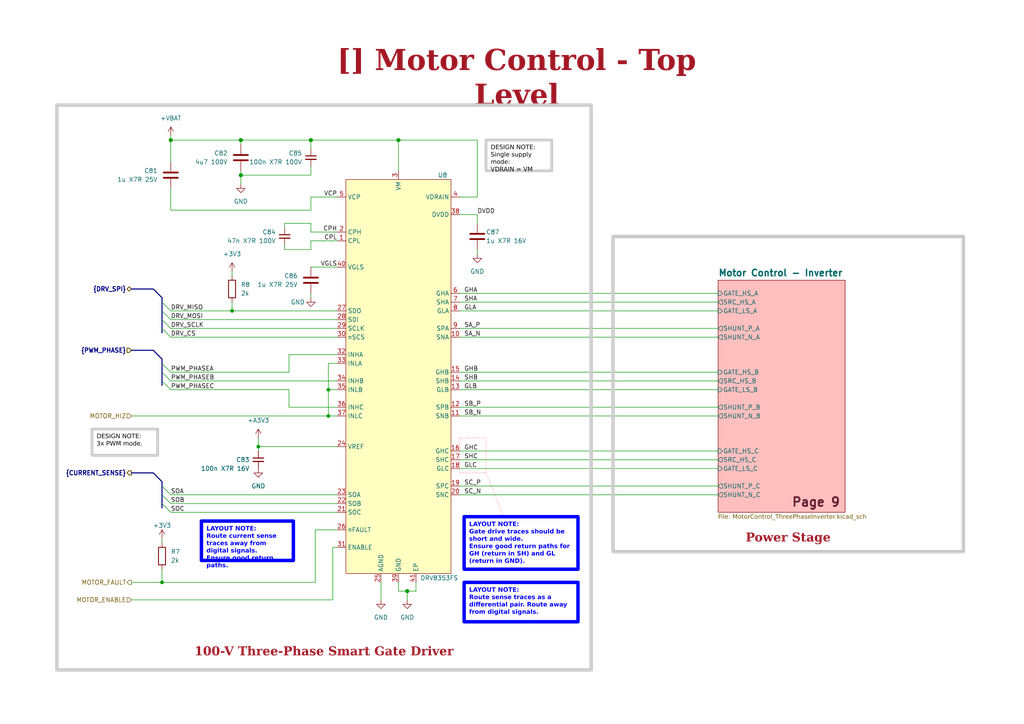
<source format=kicad_sch>
(kicad_sch (version 20230121) (generator eeschema)
  (paper "A4")
  (title_block (title "Motor Control - Top Level") (date "2023-10-16") (rev "${REVISION}") (company "${COMPANY}") (comment 3 "Author: ${AUTHOR}"))
  (lib_symbols
    (symbol "0_motor_driver:DRV8353FS"
      (property "Reference" "U" (at -13.97 86.36 0))
      (property "Value" "DRV8353FS" (at 7.62 0 0))
      (symbol "DRV8353FS_1_1"
        (rectangle (start -15.24 95.25) (end 15.24 -19.05) (fill (type background)))
        (pin passive line (at -17.78 77.47 0) (length 2.54) (name "CPL") (number "1"))
        (pin input line (at 17.78 49.53 180) (length 2.54) (name "SNA") (number "10"))
        (pin input line (at 17.78 26.67 180) (length 2.54) (name "SNB") (number "11"))
        (pin input line (at 17.78 29.21 180) (length 2.54) (name "SPB") (number "12"))
        (pin output line (at 17.78 34.29 180) (length 2.54) (name "GLB") (number "13"))
        (pin input line (at 17.78 36.83 180) (length 2.54) (name "SHB") (number "14"))
        (pin output line (at 17.78 39.37 180) (length 2.54) (name "GHB") (number "15"))
        (pin output line (at 17.78 16.51 180) (length 2.54) (name "GHC") (number "16"))
        (pin input line (at 17.78 13.97 180) (length 2.54) (name "SHC") (number "17"))
        (pin output line (at 17.78 11.43 180) (length 2.54) (name "GLC") (number "18"))
        (pin input line (at 17.78 6.35 180) (length 2.54) (name "SPC") (number "19"))
        (pin passive line (at -17.78 80.01 0) (length 2.54) (name "CPH") (number "2"))
        (pin input line (at 17.78 3.81 180) (length 2.54) (name "SNC") (number "20"))
        (pin output line (at -17.78 -1.27 0) (length 2.54) (name "SOC") (number "21"))
        (pin output line (at -17.78 1.27 0) (length 2.54) (name "SOB") (number "22"))
        (pin output line (at -17.78 3.81 0) (length 2.54) (name "SOA") (number "23"))
        (pin power_in line (at -17.78 17.78 0) (length 2.54) (name "VREF") (number "24"))
        (pin power_in line (at -5.08 -21.59 90) (length 2.54) (name "AGND") (number "25"))
        (pin open_collector line (at -17.78 -6.35 0) (length 2.54) (name "nFAULT") (number "26"))
        (pin open_collector line (at -17.78 57.15 0) (length 2.54) (name "SDO") (number "27"))
        (pin input line (at -17.78 54.61 0) (length 2.54) (name "SDI") (number "28"))
        (pin input line (at -17.78 52.07 0) (length 2.54) (name "SCLK") (number "29"))
        (pin power_in line (at 0 97.79 270) (length 2.54) (name "VM") (number "3"))
        (pin input line (at -17.78 49.53 0) (length 2.54) (name "nSCS") (number "30"))
        (pin input line (at -17.78 -11.43 0) (length 2.54) (name "ENABLE") (number "31"))
        (pin input line (at -17.78 44.45 0) (length 2.54) (name "INHA") (number "32"))
        (pin input line (at -17.78 41.91 0) (length 2.54) (name "INLA") (number "33"))
        (pin input line (at -17.78 36.83 0) (length 2.54) (name "INHB") (number "34"))
        (pin input line (at -17.78 34.29 0) (length 2.54) (name "INLB") (number "35"))
        (pin input line (at -17.78 29.21 0) (length 2.54) (name "INHC") (number "36"))
        (pin input line (at -17.78 26.67 0) (length 2.54) (name "INLC") (number "37"))
        (pin power_out line (at 17.78 85.09 180) (length 2.54) (name "DVDD") (number "38"))
        (pin power_in line (at 0 -21.59 90) (length 2.54) (name "GND") (number "39"))
        (pin input line (at 17.78 90.17 180) (length 2.54) (name "VDRAIN") (number "4"))
        (pin passive line (at -17.78 69.85 0) (length 2.54) (name "VGLS") (number "40"))
        (pin passive line (at 5.08 -21.59 90) (length 2.54) (name "EP") (number "41"))
        (pin passive line (at -17.78 90.17 0) (length 2.54) (name "VCP") (number "5"))
        (pin output line (at 17.78 62.23 180) (length 2.54) (name "GHA") (number "6"))
        (pin input line (at 17.78 59.69 180) (length 2.54) (name "SHA") (number "7"))
        (pin output line (at 17.78 57.15 180) (length 2.54) (name "GLA") (number "8"))
        (pin input line (at 17.78 52.07 180) (length 2.54) (name "SPA") (number "9"))
      )
    )
    (symbol "0_power_symbols:+A3V3" (power) (pin_names (offset 0))
      (property "Value" "+A3V3" (at 0 3.556 0))
      (symbol "+A3V3_0_1"
        (polyline (pts (xy -0.762 1.27) (xy 0 2.54)))
        (polyline (pts (xy 0 0) (xy 0 2.54)))
        (polyline (pts (xy 0 2.54) (xy 0.762 1.27)))
      )
      (symbol "+A3V3_1_1"
        (pin power_in line (at 0 0 90) (length 0) hide (name "+A3V3") (number "1"))
      )
    )
    (symbol "0_power_symbols:+VBAT" (power) (pin_names (offset 0))
      (property "Value" "+VBAT" (at 0 3.556 0))
      (symbol "+VBAT_0_1"
        (polyline (pts (xy -0.762 1.27) (xy 0 2.54)))
        (polyline (pts (xy 0 0) (xy 0 2.54)))
        (polyline (pts (xy 0 2.54) (xy 0.762 1.27)))
      )
      (symbol "+VBAT_1_1"
        (pin power_in line (at 0 0 90) (length 0) hide (name "+VBAT") (number "1"))
      )
    )
    (symbol "Device:C" (pin_numbers hide) (pin_names (offset 0.254))
      (property "Reference" "C" (at 0.635 2.54 0))
      (property "Value" "C" (at 0.635 -2.54 0))
      (symbol "C_0_1"
        (polyline (pts (xy -2.032 -0.762) (xy 2.032 -0.762)) (stroke (width 0.508)))
        (polyline (pts (xy -2.032 0.762) (xy 2.032 0.762)) (stroke (width 0.508)))
      )
      (symbol "C_1_1"
        (pin passive line (at 0 3.81 270) (length 2.794) (name "~") (number "1"))
        (pin passive line (at 0 -3.81 90) (length 2.794) (name "~") (number "2"))
      )
    )
    (symbol "Device:C_Small" (pin_numbers hide) (pin_names (offset 0.254) hide)
      (property "Reference" "C" (at 0.254 1.778 0))
      (property "Value" "C_Small" (at 0.254 -2.032 0))
      (symbol "C_Small_0_1"
        (polyline (pts (xy -1.524 -0.508) (xy 1.524 -0.508)) (stroke (width 0.3302)))
        (polyline (pts (xy -1.524 0.508) (xy 1.524 0.508)) (stroke (width 0.3048)))
      )
      (symbol "C_Small_1_1"
        (pin passive line (at 0 2.54 270) (length 2.032) (name "~") (number "1"))
        (pin passive line (at 0 -2.54 90) (length 2.032) (name "~") (number "2"))
      )
    )
    (symbol "Device:R" (pin_numbers hide) (pin_names (offset 0))
      (property "Reference" "R" (at 2.032 0 90))
      (property "Value" "R" (at 0 0 90))
      (symbol "R_0_1"
        (rectangle (start -1.016 -2.54) (end 1.016 2.54) (stroke (width 0.254)))
      )
      (symbol "R_1_1"
        (pin passive line (at 0 3.81 270) (length 1.27) (name "~") (number "1"))
        (pin passive line (at 0 -3.81 90) (length 1.27) (name "~") (number "2"))
      )
    )
    (symbol "power:+3V3" (power) (pin_names (offset 0))
      (property "Value" "+3V3" (at 0 3.556 0))
      (symbol "+3V3_0_1"
        (polyline (pts (xy -0.762 1.27) (xy 0 2.54)))
        (polyline (pts (xy 0 0) (xy 0 2.54)))
        (polyline (pts (xy 0 2.54) (xy 0.762 1.27)))
      )
      (symbol "+3V3_1_1"
        (pin power_in line (at 0 0 90) (length 0) hide (name "+3V3") (number "1"))
      )
    )
    (symbol "power:GND" (power) (pin_names (offset 0))
      (property "Value" "GND" (at 0 -3.81 0))
      (symbol "GND_0_1"
        (polyline (pts (xy 0 0) (xy 0 -1.27) (xy 1.27 -1.27) (xy 0 -2.54) (xy -1.27 -1.27) (xy 0 -1.27)))
      )
      (symbol "GND_1_1"
        (pin power_in line (at 0 0 270) (length 0) hide (name "GND") (number "1"))
      )
    )
  )
  (junction (at 69.85 50.8) (diameter 1.016))
  (junction (at 90.17 40.64) (diameter 1.016))
  (junction (at 69.85 40.64) (diameter 1.016))
  (junction (at 118.11 171.45) (diameter 1.016))
  (junction (at 49.53 40.64) (diameter 1.016))
  (junction (at 115.57 40.64) (diameter 1.016))
  (junction (at 67.31 90.17))
  (junction (at 74.93 129.54))
  (junction (at 95.25 113.03))
  (junction (at 46.99 168.91))
  (junction (at 95.25 120.65))
  (bus_entry (at 49.53 95.25) (size -2.54 -2.54))
  (bus_entry (at 49.53 148.59) (size -2.54 -2.54))
  (bus_entry (at 49.53 113.03) (size -2.54 -2.54))
  (bus_entry (at 49.53 143.51) (size -2.54 -2.54))
  (bus_entry (at 49.53 97.79) (size -2.54 -2.54))
  (bus_entry (at 49.53 146.05) (size -2.54 -2.54))
  (bus_entry (at 49.53 92.71) (size -2.54 -2.54))
  (bus_entry (at 49.53 90.17) (size -2.54 -2.54))
  (bus_entry (at 49.53 110.49) (size -2.54 -2.54))
  (bus_entry (at 49.53 107.95) (size -2.54 -2.54))
  (wire (pts (xy 133.35 118.11) (xy 208.28 118.11)))
  (wire (pts (xy 82.55 64.77) (xy 90.17 64.77)))
  (bus (pts (xy 46.99 90.17) (xy 46.99 92.71)))
  (wire (pts (xy 115.57 40.64) (xy 138.43 40.64)))
  (wire (pts (xy 96.52 158.75) (xy 97.79 158.75)))
  (wire (pts (xy 49.53 143.51) (xy 97.79 143.51)))
  (wire (pts (xy 67.31 87.63) (xy 67.31 90.17)))
  (wire (pts (xy 49.53 110.49) (xy 97.79 110.49)))
  (wire (pts (xy 82.55 72.39) (xy 90.17 72.39)))
  (bus (pts (xy 44.45 83.82) (xy 38.1 83.82)))
  (wire (pts (xy 138.43 62.23) (xy 133.35 62.23)))
  (wire (pts (xy 49.53 113.03) (xy 83.82 113.03)))
  (wire (pts (xy 118.11 173.99) (xy 118.11 171.45)))
  (bus (pts (xy 46.99 139.7) (xy 44.45 137.16)))
  (bus (pts (xy 46.99 110.49) (xy 46.99 111.76)))
  (wire (pts (xy 90.17 77.47) (xy 97.79 77.47)))
  (wire (pts (xy 138.43 72.39) (xy 138.43 73.66)))
  (wire (pts (xy 49.53 60.96) (xy 90.17 60.96)))
  (wire (pts (xy 115.57 40.64) (xy 115.57 49.53)))
  (wire (pts (xy 74.93 129.54) (xy 74.93 130.81)))
  (bus (pts (xy 46.99 104.14) (xy 44.45 101.6)))
  (bus (pts (xy 46.99 139.7) (xy 46.99 140.97)))
  (wire (pts (xy 115.57 171.45) (xy 118.11 171.45)))
  (wire (pts (xy 97.79 118.11) (xy 83.82 118.11)))
  (wire (pts (xy 46.99 168.91) (xy 91.44 168.91)))
  (bus (pts (xy 46.99 92.71) (xy 46.99 95.25)))
  (wire (pts (xy 90.17 72.39) (xy 90.17 69.85)))
  (bus (pts (xy 46.99 105.41) (xy 46.99 107.95)))
  (wire (pts (xy 133.35 110.49) (xy 208.28 110.49)))
  (bus (pts (xy 46.99 87.63) (xy 46.99 90.17)))
  (wire (pts (xy 97.79 105.41) (xy 95.25 105.41)))
  (wire (pts (xy 38.1 168.91) (xy 46.99 168.91)))
  (wire (pts (xy 133.35 97.79) (xy 208.28 97.79)))
  (wire (pts (xy 133.35 130.81) (xy 208.28 130.81)))
  (bus (pts (xy 46.99 95.25) (xy 46.99 96.52)))
  (wire (pts (xy 46.99 156.21) (xy 46.99 157.48)))
  (wire (pts (xy 95.25 120.65) (xy 97.79 120.65)))
  (wire (pts (xy 110.49 168.91) (xy 110.49 173.99)))
  (wire (pts (xy 46.99 165.1) (xy 46.99 168.91)))
  (wire (pts (xy 69.85 40.64) (xy 69.85 41.91)))
  (wire (pts (xy 96.52 173.99) (xy 96.52 158.75)))
  (wire (pts (xy 67.31 78.74) (xy 67.31 80.01)))
  (wire (pts (xy 90.17 57.15) (xy 97.79 57.15)))
  (wire (pts (xy 90.17 50.8) (xy 90.17 48.26)))
  (wire (pts (xy 133.35 90.17) (xy 208.28 90.17)))
  (wire (pts (xy 90.17 60.96) (xy 90.17 57.15)))
  (wire (pts (xy 49.53 40.64) (xy 49.53 46.99)))
  (wire (pts (xy 133.35 107.95) (xy 208.28 107.95)))
  (wire (pts (xy 49.53 90.17) (xy 67.31 90.17)))
  (wire (pts (xy 83.82 118.11) (xy 83.82 113.03)))
  (wire (pts (xy 38.1 173.99) (xy 96.52 173.99)))
  (wire (pts (xy 69.85 40.64) (xy 90.17 40.64)))
  (wire (pts (xy 38.1 120.65) (xy 95.25 120.65)))
  (wire (pts (xy 49.53 148.59) (xy 97.79 148.59)))
  (wire (pts (xy 120.65 171.45) (xy 120.65 168.91)))
  (wire (pts (xy 115.57 171.45) (xy 115.57 168.91)))
  (wire (pts (xy 133.35 133.35) (xy 208.28 133.35)))
  (wire (pts (xy 49.53 39.37) (xy 49.53 40.64)))
  (wire (pts (xy 95.25 113.03) (xy 95.25 120.65)))
  (wire (pts (xy 133.35 85.09) (xy 208.28 85.09)))
  (wire (pts (xy 49.53 54.61) (xy 49.53 60.96)))
  (wire (pts (xy 133.35 143.51) (xy 208.28 143.51)))
  (wire (pts (xy 133.35 57.15) (xy 138.43 57.15)))
  (wire (pts (xy 95.25 105.41) (xy 95.25 113.03)))
  (wire (pts (xy 49.53 146.05) (xy 97.79 146.05)))
  (wire (pts (xy 133.35 87.63) (xy 208.28 87.63)))
  (wire (pts (xy 69.85 50.8) (xy 69.85 49.53)))
  (wire (pts (xy 49.53 97.79) (xy 97.79 97.79)))
  (bus (pts (xy 46.99 86.36) (xy 46.99 87.63)))
  (wire (pts (xy 91.44 153.67) (xy 97.79 153.67)))
  (wire (pts (xy 83.82 102.87) (xy 97.79 102.87)))
  (bus (pts (xy 46.99 107.95) (xy 46.99 110.49)))
  (polyline (pts (xy 140.97 137.16) (xy 146.05 149.86)) (stroke (width 0) (type dot) (color 255 0 0 1)))
  (wire (pts (xy 74.93 129.54) (xy 97.79 129.54)))
  (bus (pts (xy 46.99 86.36) (xy 44.45 83.82)))
  (bus (pts (xy 44.45 137.16) (xy 38.1 137.16)))
  (bus (pts (xy 46.99 143.51) (xy 46.99 146.05)))
  (wire (pts (xy 95.25 113.03) (xy 97.79 113.03)))
  (wire (pts (xy 133.35 135.89) (xy 208.28 135.89)))
  (wire (pts (xy 69.85 50.8) (xy 69.85 53.34)))
  (wire (pts (xy 91.44 168.91) (xy 91.44 153.67)))
  (wire (pts (xy 133.35 120.65) (xy 208.28 120.65)))
  (wire (pts (xy 90.17 64.77) (xy 90.17 67.31)))
  (wire (pts (xy 90.17 67.31) (xy 97.79 67.31)))
  (wire (pts (xy 49.53 107.95) (xy 83.82 107.95)))
  (wire (pts (xy 133.35 140.97) (xy 208.28 140.97)))
  (wire (pts (xy 49.53 40.64) (xy 69.85 40.64)))
  (wire (pts (xy 138.43 64.77) (xy 138.43 62.23)))
  (wire (pts (xy 90.17 40.64) (xy 90.17 43.18)))
  (wire (pts (xy 82.55 71.12) (xy 82.55 72.39)))
  (wire (pts (xy 82.55 64.77) (xy 82.55 66.04)))
  (wire (pts (xy 90.17 40.64) (xy 115.57 40.64)))
  (wire (pts (xy 138.43 40.64) (xy 138.43 57.15)))
  (wire (pts (xy 133.35 113.03) (xy 208.28 113.03)))
  (wire (pts (xy 69.85 50.8) (xy 90.17 50.8)))
  (wire (pts (xy 83.82 107.95) (xy 83.82 102.87)))
  (wire (pts (xy 49.53 95.25) (xy 97.79 95.25)))
  (bus (pts (xy 46.99 146.05) (xy 46.99 147.32)))
  (wire (pts (xy 49.53 92.71) (xy 97.79 92.71)))
  (bus (pts (xy 46.99 140.97) (xy 46.99 143.51)))
  (wire (pts (xy 90.17 85.09) (xy 90.17 86.36)))
  (bus (pts (xy 44.45 101.6) (xy 38.1 101.6)))
  (wire (pts (xy 90.17 69.85) (xy 97.79 69.85)))
  (wire (pts (xy 118.11 171.45) (xy 120.65 171.45)))
  (wire (pts (xy 67.31 90.17) (xy 97.79 90.17)))
  (bus (pts (xy 46.99 104.14) (xy 46.99 105.41)))
  (wire (pts (xy 133.35 95.25) (xy 208.28 95.25)))
  (wire (pts (xy 74.93 127) (xy 74.93 129.54)))
  (rectangle (start 133.35 127) (end 140.97 137.16) (stroke (width 0) (type dot) (color 255 0 0 1)))
  (rectangle (start 16.51 30.48) (end 171.45 194.31) (stroke (width 1) (color 200 200 200 1)))
  (rectangle (start 177.8 68.58) (end 279.4 160.02) (stroke (width 1) (color 200 200 200 1)))
  (text_box "DESIGN NOTE:\n3x PWM mode." (at 26.67 124.46 0) (size 19.05 7.62) (stroke (width 0.8) (color 200 200 200 1)) (effects (font (size 1.27 1.27)) (justify left top)))
  (text_box "LAYOUT NOTE:\nGate drive traces should be short and wide. \nEnsure good return paths for GH (return in SH) and GL (return in GND)." (at 134.62 149.86 0) (size 33.02 15.24) (stroke (width 1) (color 0 0 255 1)) (effects (font (size 1.27 1.27) (thickness 0.4) bold) (justify left top)))
  (text_box "LAYOUT NOTE:\nRoute sense traces as a differential pair. Route away from digital signals." (at 134.62 168.91 0) (size 33.02 11.43) (stroke (width 1) (color 0 0 255 1)) (effects (font (size 1.27 1.27) (thickness 0.4) bold) (justify left top)))
  (text_box "DESIGN NOTE:\nSingle supply mode:\nVDRAIN = VM" (at 140.97 40.64 0) (size 19.05 8.89) (stroke (width 0.8) (color 200 200 200 1)) (effects (font (size 1.27 1.27)) (justify left top)))
  (text_box "[${#}] ${TITLE}" (at 88.9 16.51 0) (size 121.92 12.7) (stroke (width -0.0001)) (effects (font (size 6 6) (thickness 1.2) bold)))
  (text_box "LAYOUT NOTE:\nRoute current sense traces away from digital signals.\nEnsure good return paths." (at 58.42 151.13 0) (size 26.67 11.43) (stroke (width 1) (color 0 0 255 1)) (effects (font (size 1.27 1.27) (thickness 0.4) bold) (justify left top)))
  (text_box "Power Stage" (at 180.34 149.86 0) (size 96.52 9.525) (stroke (width -0.0001)) (effects (font (size 2.54 2.54) (thickness 0.508) bold) (justify bottom)))
  (text_box "100-V Three-Phase Smart Gate Driver" (at 17.78 182.88 0) (size 152.4 9.525) (stroke (width -0.0001)) (effects (font (size 2.54 2.54) (thickness 0.508) bold) (justify bottom)))
  (text "Page 9" (at 243.84 147.32 0) (effects (font (size 2.54 2.54) bold) (justify right bottom)))
  (label "DRV_MOSI" (at 49.53 92.71 0))
  (label "SB_P" (at 134.62 118.11 0))
  (label "PWM_PHASEA" (at 49.53 107.95 0))
  (label "SHA" (at 134.62 87.63 0))
  (label "SOA" (at 49.53 143.51 0))
  (label "DRV_CS" (at 49.53 97.79 0))
  (label "GLA" (at 134.62 90.17 0))
  (label "PWM_PHASEB" (at 49.53 110.49 0))
  (label "GLC" (at 134.62 135.89 0))
  (label "SB_N" (at 134.62 120.65 0))
  (label "GLB" (at 134.62 113.03 0))
  (label "GHC" (at 134.62 130.81 0))
  (label "DVDD" (at 138.43 62.23 0))
  (label "CPL" (at 97.79 69.85 180))
  (label "SA_P" (at 134.62 95.25 0))
  (label "CPH" (at 97.79 67.31 180))
  (label "SC_P" (at 134.62 140.97 0))
  (label "VGLS" (at 97.79 77.47 180))
  (label "DRV_MISO" (at 49.53 90.17 0))
  (label "SA_N" (at 134.62 97.79 0))
  (label "SOC" (at 49.53 148.59 0))
  (label "PWM_PHASEC" (at 49.53 113.03 0))
  (label "SOB" (at 49.53 146.05 0))
  (label "SHC" (at 134.62 133.35 0))
  (label "GHA" (at 134.62 85.09 0))
  (label "VCP" (at 97.79 57.15 180))
  (label "SHB" (at 134.62 110.49 0))
  (label "SC_N" (at 134.62 143.51 0))
  (label "DRV_SCLK" (at 49.53 95.25 0))
  (label "GHB" (at 134.62 107.95 0))
  (hierarchical_label "MOTOR_HIZ" (shape input) (at 38.1 120.65 180))
  (hierarchical_label "{PWM_PHASE}" (shape input) (at 38.1 101.6 180) (effects (font bold)))
  (hierarchical_label "MOTOR_ENABLE" (shape input) (at 38.1 173.99 180))
  (hierarchical_label "{DRV_SPI}" (shape bidirectional) (at 38.1 83.82 180) (effects (font bold)))
  (hierarchical_label "MOTOR_FAULT" (shape output) (at 38.1 168.91 180))
  (hierarchical_label "{CURRENT_SENSE}" (shape output) (at 38.1 137.16 180) (effects (font bold)))
  (symbol (lib_id "power:GND") (at 90.17 86.36 0) (unit 1)
    (property "Reference" "#PWR031" (effects hide))
    (property "Value" "GND" (at 86.36 87.63 0))
  )
  (symbol (lib_id "0_power_symbols:+VBAT") (at 49.53 39.37 0) (unit 1)
    (property "Reference" "#PWR026" (effects hide))
    (property "Value" "+VBAT" (at 49.53 34.29 0))
  )
  (symbol (lib_id "Device:C_Small") (at 74.93 133.35 0) (mirror y) (unit 1)
    (property "Reference" "C83" (at 72.39 133.35 0) (effects (justify left)))
    (property "Value" "100n X7R 16V" (at 72.39 135.89 0) (effects (justify left)))
    (property "Footprint" "0_capacitor_smd:C_0402_1005_DensityHigh" (effects hide))
  )
  (symbol (lib_id "0_power_symbols:+A3V3") (at 74.93 127 0) (unit 1)
    (property "Reference" "#PWR029" (effects hide))
    (property "Value" "+A3V3" (at 74.93 121.92 0))
  )
  (symbol (lib_id "Device:C_Small") (at 90.17 45.72 0) (mirror y) (unit 1)
    (property "Reference" "C85" (at 87.63 44.45 0) (effects (justify left)))
    (property "Value" "100n X7R 100V" (at 87.63 46.99 0) (effects (justify left)))
    (property "Footprint" "0_capacitor_smd:C_0402_1005_DensitySpaced" (effects hide))
  )
  (symbol (lib_id "Device:C") (at 90.17 81.28 0) (mirror y) (unit 1)
    (property "Reference" "C86" (at 86.36 80.01 0) (effects (justify left)))
    (property "Value" "1u X7R 25V" (at 86.36 82.55 0) (effects (justify left)))
    (property "Footprint" "0_capacitor_smd:C_0402_1005_DensityHigh" (effects hide))
  )
  (symbol (lib_id "power:GND") (at 118.11 173.99 0) (unit 1)
    (property "Reference" "#PWR033" (effects hide))
    (property "Value" "GND" (at 118.11 179.07 0))
  )
  (symbol (lib_id "power:GND") (at 74.93 135.89 0) (unit 1)
    (property "Reference" "#PWR030" (effects hide))
    (property "Value" "GND" (at 74.93 140.97 0))
  )
  (symbol (lib_id "Device:C") (at 69.85 45.72 0) (mirror y) (unit 1)
    (property "Reference" "C82" (at 66.04 44.45 0) (effects (justify left)))
    (property "Value" "4u7 100V" (at 66.04 46.99 0) (effects (justify left)))
    (property "Footprint" "0_capacitor_smd:C_1206_3216_DensityHighest" (effects hide))
  )
  (symbol (lib_id "Device:C") (at 138.43 68.58 0) (unit 1)
    (property "Reference" "C87" (at 140.97 67.31 0) (effects (justify left)))
    (property "Value" "1u X7R 16V" (at 140.97 69.85 0) (effects (justify left)))
    (property "Footprint" "0_capacitor_smd:C_0402_1005_DensityHigh" (effects hide))
  )
  (symbol (lib_id "Device:R") (at 46.99 161.29 0) (unit 1)
    (property "Reference" "R7" (at 49.53 160.02 0) (effects (justify left)))
    (property "Value" "2k" (at 49.53 162.56 0) (effects (justify left)))
    (property "Footprint" "0_resistor_smd:R_0402_1005_DensityHigh" (effects hide))
  )
  (symbol (lib_id "Device:C") (at 49.53 50.8 0) (mirror y) (unit 1)
    (property "Reference" "C81" (at 45.72 49.53 0) (effects (justify left)))
    (property "Value" "1u X7R 25V" (at 45.72 52.07 0) (effects (justify left)))
    (property "Footprint" "0_capacitor_smd:C_0402_1005_DensitySpaced" (effects hide))
  )
  (symbol (lib_id "power:+3V3") (at 67.31 78.74 0) (unit 1)
    (property "Reference" "#PWR027" (effects hide))
    (property "Value" "+3V3" (at 67.31 73.66 0))
  )
  (symbol (lib_id "Device:C_Small") (at 82.55 68.58 0) (mirror y) (unit 1)
    (property "Reference" "C84" (at 80.01 67.31 0) (effects (justify left)))
    (property "Value" "47n X7R 100V" (at 80.01 69.85 0) (effects (justify left)))
    (property "Footprint" "0_capacitor_smd:C_0402_1005_DensityHigh" (effects hide))
  )
  (symbol (lib_id "power:GND") (at 138.43 73.66 0) (unit 1)
    (property "Reference" "#PWR034" (effects hide))
    (property "Value" "GND" (at 138.43 78.74 0))
  )
  (symbol (lib_id "0_motor_driver:DRV8353FS") (at 115.57 147.32 0) (unit 1)
    (property "Reference" "U8" (at 127 50.8 0) (effects (justify left)))
    (property "Value" "DRV8353FS" (at 121.92 167.64 0) (effects (justify left)))
    (property "Footprint" "0_package_DFN_QFN:WQFN-40-1EP_6x6mm_P0.5mm_EP4.15x4.15mm_ThermalVias" (effects hide))
    (property "Datasheet" "https://www.ti.com/lit/ds/symlink/drv8353f.pdf" (effects hide))
  )
  (symbol (lib_id "power:+3V3") (at 46.99 156.21 0) (unit 1)
    (property "Reference" "#PWR025" (effects hide))
    (property "Value" "+3V3" (at 46.99 152.4 0))
  )
  (symbol (lib_id "Device:R") (at 67.31 83.82 0) (unit 1)
    (property "Reference" "R8" (at 69.85 82.55 0) (effects (justify left)))
    (property "Value" "2k" (at 69.85 85.09 0) (effects (justify left)))
    (property "Footprint" "0_resistor_smd:R_0402_1005_DensityHigh" (effects hide))
  )
  (symbol (lib_id "power:GND") (at 69.85 53.34 0) (unit 1)
    (property "Reference" "#PWR028" (effects hide))
    (property "Value" "GND" (at 69.85 58.42 0))
  )
  (symbol (lib_id "power:GND") (at 110.49 173.99 0) (unit 1)
    (property "Reference" "#PWR032" (effects hide))
    (property "Value" "GND" (at 110.49 179.07 0))
  )
  (sheet (at 208.28 81.28) (size 36.83 67.31) (stroke (width 0.1524)) (fill (color 255 128 128 0.5000))
    (property "Sheetname" "Motor Control - Inverter" (at 208.28 80.2509 0) (effects (font (size 1.905 1.905) bold) (justify left bottom)))
    (property "Sheetfile" "MotorControl_ThreePhaseInverter.kicad_sch" (at 208.28 149.1746 0) (effects (justify left top)))
    (pin "GATE_HS_C" input (at 208.28 130.81 180))
    (pin "SRC_HS_C" output (at 208.28 133.35 180))
    (pin "GATE_LS_C" input (at 208.28 135.89 180))
    (pin "SHUNT_P_C" output (at 208.28 140.97 180))
    (pin "SHUNT_N_C" output (at 208.28 143.51 180))
    (pin "SRC_HS_B" output (at 208.28 110.49 180))
    (pin "SHUNT_P_B" output (at 208.28 118.11 180))
    (pin "SHUNT_N_B" output (at 208.28 120.65 180))
    (pin "GATE_HS_B" input (at 208.28 107.95 180))
    (pin "SRC_HS_A" output (at 208.28 87.63 180))
    (pin "GATE_LS_A" input (at 208.28 90.17 180))
    (pin "GATE_HS_A" input (at 208.28 85.09 180))
    (pin "SHUNT_P_A" output (at 208.28 95.25 180))
    (pin "SHUNT_N_A" output (at 208.28 97.79 180))
    (pin "GATE_LS_B" input (at 208.28 113.03 180))
  )
)
</source>
